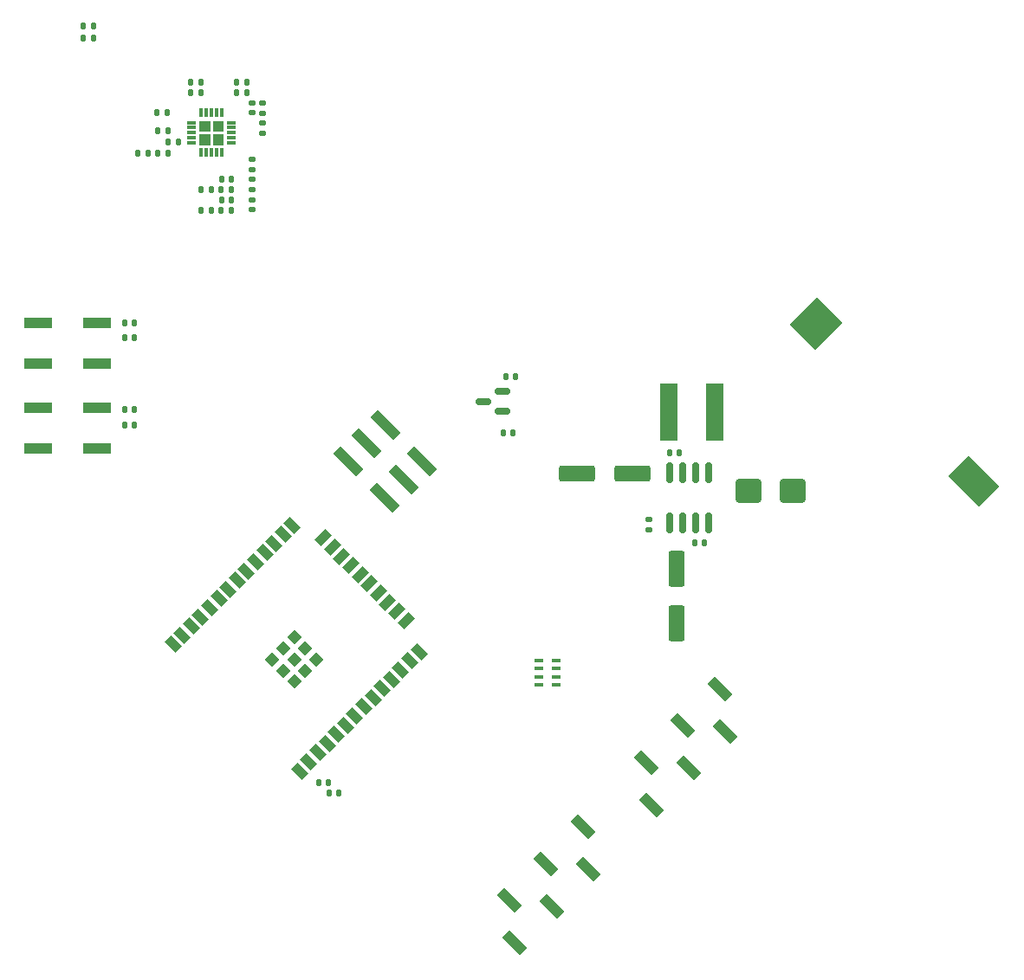
<source format=gbr>
%TF.GenerationSoftware,KiCad,Pcbnew,8.0.2*%
%TF.CreationDate,2024-12-06T21:47:17-05:00*%
%TF.ProjectId,ekg-main,656b672d-6d61-4696-9e2e-6b696361645f,rev?*%
%TF.SameCoordinates,Original*%
%TF.FileFunction,Paste,Top*%
%TF.FilePolarity,Positive*%
%FSLAX46Y46*%
G04 Gerber Fmt 4.6, Leading zero omitted, Abs format (unit mm)*
G04 Created by KiCad (PCBNEW 8.0.2) date 2024-12-06 21:47:17*
%MOMM*%
%LPD*%
G01*
G04 APERTURE LIST*
G04 Aperture macros list*
%AMRoundRect*
0 Rectangle with rounded corners*
0 $1 Rounding radius*
0 $2 $3 $4 $5 $6 $7 $8 $9 X,Y pos of 4 corners*
0 Add a 4 corners polygon primitive as box body*
4,1,4,$2,$3,$4,$5,$6,$7,$8,$9,$2,$3,0*
0 Add four circle primitives for the rounded corners*
1,1,$1+$1,$2,$3*
1,1,$1+$1,$4,$5*
1,1,$1+$1,$6,$7*
1,1,$1+$1,$8,$9*
0 Add four rect primitives between the rounded corners*
20,1,$1+$1,$2,$3,$4,$5,0*
20,1,$1+$1,$4,$5,$6,$7,0*
20,1,$1+$1,$6,$7,$8,$9,0*
20,1,$1+$1,$8,$9,$2,$3,0*%
%AMRotRect*
0 Rectangle, with rotation*
0 The origin of the aperture is its center*
0 $1 length*
0 $2 width*
0 $3 Rotation angle, in degrees counterclockwise*
0 Add horizontal line*
21,1,$1,$2,0,0,$3*%
G04 Aperture macros list end*
%ADD10C,0.010000*%
%ADD11RoundRect,0.250000X-1.000000X-0.900000X1.000000X-0.900000X1.000000X0.900000X-1.000000X0.900000X0*%
%ADD12RoundRect,0.135000X0.135000X0.185000X-0.135000X0.185000X-0.135000X-0.185000X0.135000X-0.185000X0*%
%ADD13RoundRect,0.140000X-0.140000X-0.170000X0.140000X-0.170000X0.140000X0.170000X-0.140000X0.170000X0*%
%ADD14RoundRect,0.135000X-0.135000X-0.185000X0.135000X-0.185000X0.135000X0.185000X-0.135000X0.185000X0*%
%ADD15RoundRect,0.150000X-0.150000X0.825000X-0.150000X-0.825000X0.150000X-0.825000X0.150000X0.825000X0*%
%ADD16RoundRect,0.140000X0.140000X0.170000X-0.140000X0.170000X-0.140000X-0.170000X0.140000X-0.170000X0*%
%ADD17RoundRect,0.135000X0.185000X-0.135000X0.185000X0.135000X-0.185000X0.135000X-0.185000X-0.135000X0*%
%ADD18RotRect,2.510000X1.000000X315.000000*%
%ADD19RoundRect,0.140000X0.170000X-0.140000X0.170000X0.140000X-0.170000X0.140000X-0.170000X-0.140000X0*%
%ADD20RotRect,1.500000X0.900000X135.000000*%
%ADD21RotRect,1.500000X0.900000X225.000000*%
%ADD22RotRect,1.050000X1.050000X135.000000*%
%ADD23R,0.900000X0.400000*%
%ADD24RoundRect,0.135000X-0.185000X0.135000X-0.185000X-0.135000X0.185000X-0.135000X0.185000X0.135000X0*%
%ADD25RotRect,3.150000X1.000000X315.000000*%
%ADD26R,2.750000X1.000000*%
%ADD27RoundRect,0.140000X-0.170000X0.140000X-0.170000X-0.140000X0.170000X-0.140000X0.170000X0.140000X0*%
%ADD28RotRect,2.510000X1.000000X135.000000*%
%ADD29RoundRect,0.250000X-0.550000X1.500000X-0.550000X-1.500000X0.550000X-1.500000X0.550000X1.500000X0*%
%ADD30R,1.700000X5.700000*%
%ADD31RoundRect,0.032500X-0.387500X-0.097500X0.387500X-0.097500X0.387500X0.097500X-0.387500X0.097500X0*%
%ADD32RoundRect,0.032500X-0.097500X-0.387500X0.097500X-0.387500X0.097500X0.387500X-0.097500X0.387500X0*%
%ADD33RoundRect,0.150000X0.587500X0.150000X-0.587500X0.150000X-0.587500X-0.150000X0.587500X-0.150000X0*%
%ADD34RoundRect,0.250000X1.500000X0.550000X-1.500000X0.550000X-1.500000X-0.550000X1.500000X-0.550000X0*%
%ADD35RotRect,3.500000X3.800000X135.000000*%
%ADD36RotRect,4.300000X2.800000X135.000000*%
G04 APERTURE END LIST*
D10*
%TO.C,U2*%
X194830000Y-63265000D02*
X193850000Y-63265000D01*
X193850000Y-62285000D01*
X194830000Y-62285000D01*
X194830000Y-63265000D01*
G36*
X194830000Y-63265000D02*
G01*
X193850000Y-63265000D01*
X193850000Y-62285000D01*
X194830000Y-62285000D01*
X194830000Y-63265000D01*
G37*
X194830000Y-64585000D02*
X193850000Y-64585000D01*
X193850000Y-63605000D01*
X194830000Y-63605000D01*
X194830000Y-64585000D01*
G36*
X194830000Y-64585000D02*
G01*
X193850000Y-64585000D01*
X193850000Y-63605000D01*
X194830000Y-63605000D01*
X194830000Y-64585000D01*
G37*
X196150000Y-63265000D02*
X195170000Y-63265000D01*
X195170000Y-62285000D01*
X196150000Y-62285000D01*
X196150000Y-63265000D01*
G36*
X196150000Y-63265000D02*
G01*
X195170000Y-63265000D01*
X195170000Y-62285000D01*
X196150000Y-62285000D01*
X196150000Y-63265000D01*
G37*
X196150000Y-64585000D02*
X195170000Y-64585000D01*
X195170000Y-63605000D01*
X196150000Y-63605000D01*
X196150000Y-64585000D01*
G36*
X196150000Y-64585000D02*
G01*
X195170000Y-64585000D01*
X195170000Y-63605000D01*
X196150000Y-63605000D01*
X196150000Y-64585000D01*
G37*
%TD*%
D11*
%TO.C,D2*%
X247500000Y-98500000D03*
X251800000Y-98500000D03*
%TD*%
D12*
%TO.C,R7*%
X188810000Y-65400000D03*
X187790000Y-65400000D03*
%TD*%
D13*
%TO.C,C16*%
X239770000Y-94750000D03*
X240730000Y-94750000D03*
%TD*%
D14*
%TO.C,R3*%
X189700000Y-61500000D03*
X190720000Y-61500000D03*
%TD*%
D15*
%TO.C,U4*%
X243630000Y-96680000D03*
X242360000Y-96680000D03*
X241090000Y-96680000D03*
X239820000Y-96680000D03*
X239820000Y-101630000D03*
X241090000Y-101630000D03*
X242360000Y-101630000D03*
X243630000Y-101630000D03*
%TD*%
D12*
%TO.C,R11*%
X195010000Y-71000000D03*
X193990000Y-71000000D03*
%TD*%
D16*
%TO.C,R1*%
X187480000Y-83500000D03*
X186520000Y-83500000D03*
%TD*%
D17*
%TO.C,R13*%
X199000000Y-67010000D03*
X199000000Y-65990000D03*
%TD*%
D13*
%TO.C,C15*%
X242270000Y-103500000D03*
X243230000Y-103500000D03*
%TD*%
D18*
%TO.C,J5*%
X231319866Y-131339610D03*
X231864339Y-135476185D03*
X227727764Y-134931713D03*
X228272236Y-139068287D03*
X224135661Y-138523815D03*
X224680134Y-142660390D03*
%TD*%
D16*
%TO.C,C7*%
X191780000Y-64300000D03*
X190820000Y-64300000D03*
%TD*%
D12*
%TO.C,R9*%
X194020000Y-58500000D03*
X193000000Y-58500000D03*
%TD*%
D13*
%TO.C,C4*%
X186520000Y-90500000D03*
X187480000Y-90500000D03*
%TD*%
D19*
%TO.C,C13*%
X199000000Y-61480000D03*
X199000000Y-60520000D03*
%TD*%
D14*
%TO.C,R17*%
X193990000Y-69000000D03*
X195010000Y-69000000D03*
%TD*%
D13*
%TO.C,C11*%
X196020000Y-70000000D03*
X196980000Y-70000000D03*
%TD*%
D20*
%TO.C,U1*%
X203633694Y-125857346D03*
X204531720Y-124959321D03*
X205429746Y-124061295D03*
X206327771Y-123163269D03*
X207225797Y-122265244D03*
X208123822Y-121367218D03*
X209021848Y-120469193D03*
X209919874Y-119571167D03*
X210817899Y-118673141D03*
X211715925Y-117775116D03*
X212613951Y-116877090D03*
X213511976Y-115979065D03*
X214410002Y-115081039D03*
X215308027Y-114183013D03*
D21*
X214042306Y-111149525D03*
X213144281Y-110251500D03*
X212246255Y-109353474D03*
X211348229Y-108455448D03*
X210450204Y-107557423D03*
X209552178Y-106659397D03*
X208654153Y-105761372D03*
X207756127Y-104863346D03*
X206858101Y-103965320D03*
X205960076Y-103067295D03*
D20*
X202933659Y-101808645D03*
X202035633Y-102706670D03*
X201137607Y-103604696D03*
X200239582Y-104502721D03*
X199341556Y-105400747D03*
X198443531Y-106298773D03*
X197545505Y-107196798D03*
X196647479Y-108094824D03*
X195749454Y-108992850D03*
X194851428Y-109890875D03*
X193953403Y-110788901D03*
X193055377Y-111686926D03*
X192157351Y-112584952D03*
X191259326Y-113482978D03*
D22*
X204195844Y-116039169D03*
X205274182Y-114960831D03*
X203117506Y-117117506D03*
X202039169Y-116039169D03*
X203117506Y-114960831D03*
X204195844Y-113882493D03*
X200960831Y-114960831D03*
X202039169Y-113882493D03*
X203117506Y-112804155D03*
%TD*%
D12*
%TO.C,R10*%
X197000000Y-71000000D03*
X195980000Y-71000000D03*
%TD*%
D23*
%TO.C,RN1*%
X228700000Y-117450000D03*
X228700000Y-116650000D03*
X228700000Y-115850000D03*
X228700000Y-115050000D03*
X227000000Y-115050000D03*
X227000000Y-115850000D03*
X227000000Y-116650000D03*
X227000000Y-117450000D03*
%TD*%
D16*
%TO.C,C5*%
X224750000Y-87250000D03*
X223790000Y-87250000D03*
%TD*%
D14*
%TO.C,R5*%
X182490000Y-54200000D03*
X183510000Y-54200000D03*
%TD*%
D24*
%TO.C,R19*%
X237760000Y-101240000D03*
X237760000Y-102260000D03*
%TD*%
D25*
%TO.C,J1*%
X212000000Y-92000000D03*
X215570889Y-95570889D03*
X210203948Y-93796051D03*
X213774838Y-97366941D03*
X208407897Y-95592103D03*
X211978786Y-99162992D03*
%TD*%
D26*
%TO.C,SW1*%
X178120000Y-82000000D03*
X183880000Y-82000000D03*
X178120000Y-86000000D03*
X183880000Y-86000000D03*
%TD*%
D24*
%TO.C,R16*%
X200000000Y-60490000D03*
X200000000Y-61510000D03*
%TD*%
D12*
%TO.C,R15*%
X198500000Y-59500000D03*
X197480000Y-59500000D03*
%TD*%
D27*
%TO.C,C9*%
X199000000Y-70020000D03*
X199000000Y-70980000D03*
%TD*%
D28*
%TO.C,J2*%
X238044473Y-129160390D03*
X237500000Y-125023815D03*
X241636575Y-125568287D03*
X241092103Y-121431713D03*
X245228678Y-121976185D03*
X244684205Y-117839610D03*
%TD*%
D29*
%TO.C,C14*%
X240500000Y-106050000D03*
X240500000Y-111450000D03*
%TD*%
D30*
%TO.C,L1*%
X244250000Y-90750000D03*
X239750000Y-90750000D03*
%TD*%
D31*
%TO.C,U2*%
X193065000Y-62435000D03*
X193065000Y-62935000D03*
X193065000Y-63435000D03*
X193065000Y-63935000D03*
X193065000Y-64435000D03*
D32*
X194000000Y-65370000D03*
X194500000Y-65370000D03*
X195000000Y-65370000D03*
X195500000Y-65370000D03*
X196000000Y-65370000D03*
D31*
X196935000Y-64435000D03*
X196935000Y-63935000D03*
X196935000Y-63435000D03*
X196935000Y-62935000D03*
X196935000Y-62435000D03*
D32*
X196000000Y-61500000D03*
X195500000Y-61500000D03*
X195000000Y-61500000D03*
X194500000Y-61500000D03*
X194000000Y-61500000D03*
%TD*%
D13*
%TO.C,C8*%
X193020000Y-59500000D03*
X193980000Y-59500000D03*
%TD*%
D12*
%TO.C,R8*%
X190810000Y-65400000D03*
X189790000Y-65400000D03*
%TD*%
D14*
%TO.C,R6*%
X182490000Y-53000000D03*
X183510000Y-53000000D03*
%TD*%
%TO.C,R4*%
X189750000Y-63250000D03*
X190770000Y-63250000D03*
%TD*%
D33*
%TO.C,D1*%
X223500000Y-90650000D03*
X223500000Y-88750000D03*
X221625000Y-89700000D03*
%TD*%
D16*
%TO.C,R2*%
X187480000Y-92000000D03*
X186520000Y-92000000D03*
%TD*%
D34*
%TO.C,C17*%
X236150000Y-96750000D03*
X230750000Y-96750000D03*
%TD*%
D13*
%TO.C,C10*%
X196000000Y-68000000D03*
X196960000Y-68000000D03*
%TD*%
%TO.C,C3*%
X186520000Y-82000000D03*
X187480000Y-82000000D03*
%TD*%
%TO.C,C12*%
X197500000Y-58500000D03*
X198460000Y-58500000D03*
%TD*%
%TO.C,C1*%
X205520000Y-127000000D03*
X206480000Y-127000000D03*
%TD*%
D35*
%TO.C,BT1*%
X254085072Y-82085072D03*
D36*
X269500000Y-97500000D03*
%TD*%
D13*
%TO.C,C6*%
X223520000Y-92750000D03*
X224480000Y-92750000D03*
%TD*%
%TO.C,C2*%
X206520000Y-128000000D03*
X207480000Y-128000000D03*
%TD*%
D17*
%TO.C,R18*%
X200000000Y-63510000D03*
X200000000Y-62490000D03*
%TD*%
D12*
%TO.C,R12*%
X197000000Y-69000000D03*
X195980000Y-69000000D03*
%TD*%
D17*
%TO.C,R14*%
X199000000Y-69010000D03*
X199000000Y-67990000D03*
%TD*%
D26*
%TO.C,SW2*%
X178120000Y-90350000D03*
X183880000Y-90350000D03*
X178120000Y-94350000D03*
X183880000Y-94350000D03*
%TD*%
M02*

</source>
